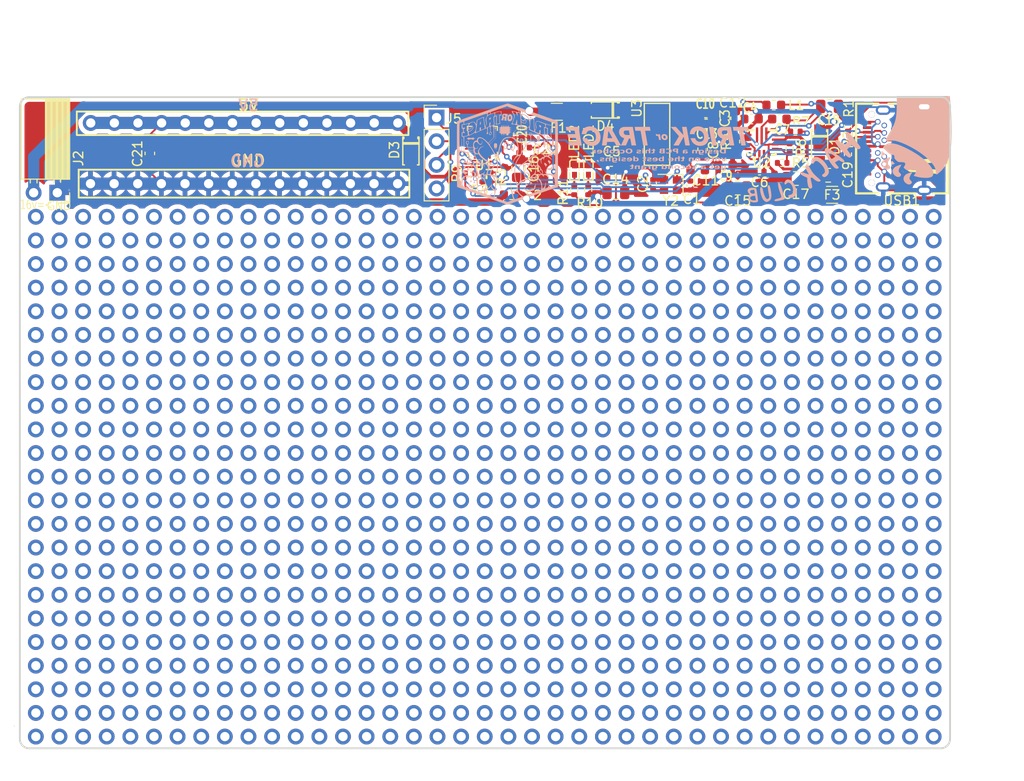
<source format=kicad_pcb>
(kicad_pcb (version 20240108) (generator "pcbnew") (generator_version "8.0")
  (layers (0 "F.Cu" signal) (31 "B.Cu" signal) (34 "B.Paste" user) (35 "F.Paste" user) (36 "B.SilkS" user "B.Silkscreen") (37 "F.SilkS" user "F.Silkscreen") (38 "B.Mask" user) (39 "F.Mask" user) (44 "Edge.Cuts" user))
  (net 0 "")
  (net 1 "GND")
  (net 2 "PA1")
  (net 3 "PA2")
  (net 4 "+5V")
  (net 5 "Net-(USB1-CC2)")
  (net 6 "Net-(USB1-CC1)")
  (net 7 "D-")
  (net 8 "DPU")
  (net 9 "PC0")
  (net 10 "PD0")
  (net 11 "PC4")
  (net 12 "PC1")
  (net 13 "PC6")
  (net 14 "PC5")
  (net 15 "PD7")
  (net 16 "D+")
  (net 17 "PC2")
  (net 18 "PC7")
  (net 19 "PC3")
  (net 30 "+3V3")
  (net 31 "PD1")
  (net 32 "Net-(D1-A)")
  (net 33 "Net-(LED1-A)")
  (net 34 "Net-(LED2-A)")
  (net 35 "USB-C 5V")
  (net 36 "Net-(D3-K)")
  (net 37 "Net-(D3-A)")
  (net 38 "VBUS")
  (net 39 "Net-(J2-Pin_2)")
  (net 40 "Net-(D4-A)")
  (net 41 "Net-(U1-PD3{slash}A4{slash}T2CH2{slash}AETR)")
  (net 42 "Net-(U1-PD4{slash}A7{slash}UCK{slash}T2CH1ETR)")
  (net 45 "PD2")
  (net 46 "Net-(U2-PG)")
  (net 47 "Net-(U2-FB)")
  (net 48 "Net-(U2-EN)")
  (net 49 "Net-(U2-L1)")
  (net 50 "Net-(U2-L2)")
  (net 51 "Net-(U2-Vaux)")
  (footprint "easyeda2kicad:SOD-123_L2.8-W1.8-LS3.7-RD" (layer "F.Cu") (at 183.975 67.1 -90)
    (property "Reference" "D1")
    (property "Value" "DSK34")
  )
  (footprint "Capacitor_SMD:C_0603_1608Metric" (layer "F.Cu") (at 176.65 64.35 180)
    (property "Reference" "C4")
    (property "Value" "10uF 25V")
  )
  (footprint "Capacitor_SMD:C_0402_1005Metric" (layer "F.Cu") (at 150.75 65.95 90)
    (property "Reference" "C20")
    (property "Value" "100nF")
  )
  (footprint "Capacitor_SMD:C_0805_2012Metric" (layer "F.Cu") (at 181.425 70.75 180)
    (property "Reference" "C17")
    (property "Value" "22uF")
  )
  (footprint "Resistor_SMD:R_0402_1005Metric" (layer "F.Cu") (at 147.725 70.6 90)
    (property "Reference" "R8")
    (property "Value" "33")
  )
  (footprint "Capacitor_SMD:C_0805_2012Metric" (layer "F.Cu") (at 175.175 71.775 180)
    (property "Reference" "C15")
    (property "Value" "22uF")
  )
  (footprint "Capacitor_SMD:C_0805_2012Metric" (layer "F.Cu") (at 185.05 63)
    (property "Reference" "C18")
    (property "Value" "22uF")
  )
  (footprint "Connector_PinSocket_2.54mm:PinSocket_1x02_P2.54mm_Horizontal" (layer "F.Cu") (at 102.025 72.275 -90)
    (property "Reference" "J2")
    (property "Value" "Conn_01x02")
  )
  (footprint "Connector_PinHeader_2.54mm:PinHeader_1x04_P2.54mm_Vertical" (layer "F.Cu") (at 142.8 64.2)
    (property "Reference" "J5")
    (property "Value" "Conn_01x04_Socket")
  )
  (footprint "Fuse:Fuse_1206_3216Metric" (layer "F.Cu") (at 155.725 63.575)
    (property "Reference" "F1")
    (property "Value" "Polyfuse 3.5A Trip")
  )
  (footprint "Resistor_SMD:R_0402_1005Metric" (layer "F.Cu") (at 187.025 68.14 -90)
    (property "Reference" "R2")
    (property "Value" "5.1k")
  )
  (footprint "Capacitor_SMD:C_0603_1608Metric" (layer "F.Cu") (at 173.8 64.275 -90)
    (property "Reference" "C3")
    (property "Value" "10uF 25V")
  )
  (footprint "Resistor_SMD:R_0402_1005Metric" (layer "F.Cu") (at 180.75 67.52 -90)
    (property "Reference" "R6")
    (property "Value" "130k")
  )
  (footprint "easyeda2kicad:SOD-123_L2.8-W1.8-LS3.7-RD" (layer "F.Cu") (at 140.04 67.87 -90)
    (property "Reference" "D3")
    (property "Value" "DSK34")
  )
  (footprint "Capacitor_SMD:C_0603_1608Metric" (layer "F.Cu") (at 179.65 64.35)
    (property "Reference" "C7")
    (property "Value" "10uF 25V")
  )
  (footprint "easyeda2kicad:SOD-123_L2.8-W1.8-LS3.7-RD" (layer "F.Cu") (at 160.85 63.375 180)
    (property "Reference" "D4")
    (property "Value" "DSK34")
  )
  (footprint "Fuse:Fuse_1206_3216Metric" (layer "F.Cu") (at 185.325 72.5 180)
    (property "Reference" "F3")
    (property "Value" "Polyfuse 3.5A Trip")
  )
  (footprint "Package_DFN_QFN:QFN-20-1EP_3x3mm_P0.4mm_EP1.65x1.65mm" (layer "F.Cu") (at 147.725 66.75 180)
    (property "Reference" "U1")
    (property "Value" "CH32V003F4U6")
  )
  (footprint "Capacitor_SMD:C_0603_1608Metric" (layer "F.Cu") (at 173.85 69.3)
    (property "Reference" "C9")
    (property "Value" "22uF 16v")
  )
  (footprint "Inductor_SMD:L_0603_1608Metric" (layer "F.Cu") (at 179.05 62.85)
    (property "Reference" "L1")
    (property "Value" "CXP0530-1R5M-AG(1.5UH)")
  )
  (footprint "Capacitor_SMD:C_0603_1608Metric" (layer "F.Cu") (at 111.975 68.05 90)
    (property "Reference" "C21")
    (property "Value" "22uF")
  )
  (footprint "Library:customPerfBoardpins" (layer "F.Cu") (at 103.055 71.3 90)
    (property "Reference" "J4" (hide yes))
    (property "Value" "GND Pins")
  )
  (footprint "Resistor_SMD:R_0402_1005Metric" (layer "F.Cu") (at 146.4 70.2 180)
    (property "Reference" "R9")
    (property "Value" "33")
  )
  (footprint "Capacitor_SMD:C_0603_1608Metric" (layer "F.Cu") (at 161.575 68.925 180)
    (property "Reference" "C5")
    (property "Value" "22uF")
  )
  (footprint "Capacitor_SMD:C_0402_1005Metric" (layer "F.Cu") (at 177.52 70 180)
    (property "Reference" "C6")
    (property "Value" "100nF")
  )
  (footprint "Resistor_SMD:R_0402_1005Metric" (layer "F.Cu") (at 159.1 71.975 -90)
    (property "Reference" "R10")
    (property "Value" "300")
  )
  (footprint "Resistor_SMD:R_0402_1005Metric" (layer "F.Cu") (at 157.6 71.98 -90)
    (property "Reference" "R11")
    (property "Value" "130")
  )
  (footprint "Resistor_SMD:R_0402_1005Metric" (layer "F.Cu") (at 175 66.77 90)
    (property "Reference" "R4")
    (property "Value" "10k")
  )
  (footprint "Capacitor_SMD:C_0603_1608Metric" (layer "F.Cu") (at 170.875 69.825 180)
    (property "Reference" "C11")
    (property "Value" "22uF 16v")
  )
  (footprint "Capacitor_SMD:C_0805_2012Metric" (layer "F.Cu") (at 162.075 72.25)
    (property "Reference" "C14")
    (property "Value" "22uF")
  )
  (footprint "Capacitor_SMD:C_0603_1608Metric" (layer "F.Cu") (at 174.95 64.275 -90)
    (property "Reference" "C12")
    (property "Value" "10uF 25V")
  )
  (footprint "Capacitor_SMD:C_0402_1005Metric" (layer "F.Cu") (at 152.3 67.42)
    (property "Reference" "C22")
    (property "Value" "100nF")
  )
  (footprint "Capacitor_SMD:C_0603_1608Metric" (layer "F.Cu") (at 171.75 63.7)
    (property "Reference" "C10")
    (property "Value" "22uF 16v")
  )
  (footprint "Resistor_SMD:R_0402_1005Metric" (layer "F.Cu") (at 181.375 65.7)
    (property "Reference" "R7")
    (property "Value" "100k")
  )
  (footprint "Resistor_SMD:R_0402_1005Metric" (layer "F.Cu") (at 148.6 70.6 -90)
    (property "Reference" "R3")
    (property "Value" "R1.5k")
  )
  (footprint "Crystal:Crystal_SMD_2016-4Pin_2.0x1.6mm" (layer "F.Cu") (at 167.95 71.45 180)
    (property "Reference" "Y2")
    (property "Value" "Crystal 24MHz")
  )
  (footprint "Capacitor_SMD:C_0402_1005Metric" (layer "F.Cu") (at 170.075 71.5 90)
    (property "Reference" "C1")
    (property "Value" "20pF")
  )
  (footprint "easyeda2kicad:SOT-223-4_L6.5-W3.5-P2.30-LS7.0-TR" (layer "F.Cu") (at 166.5 66 90)
    (property "Reference" "U3")
    (property "Value" "TLV76133DCYR")
  )
  (footprint "Capacitor_SMD:C_0805_2012Metric" (layer "F.Cu") (at 151.625 69.675 90)
    (property "Reference" "C16")
    (property "Value" "22uF")
  )
  (footprint "easyeda2kicad:TYPE-C-TH_MC-313D" (layer "F.Cu") (at 192.15 67.525 90)
    (property "Reference" "USB1")
    (property "Value" "MC-313D")
  )
  (footprint "Library:LargePerfBoard" (layer "F.Cu") (at 198.04 132.99 180)
    (property "Reference" "J1" (hide yes))
    (property "Value" "Conn_01x01_Pin" (hide yes))
  )
  (footprint "easyeda2kicad:LED0402-RD_RED" (layer "F.Cu") (at 157.625 69.84 -90)
    (property "Reference" "LED2")
    (property "Value" "TZ-P2-0402RTIA1-0.45T")
  )
  (footprint "Capacitor_SMD:C_0402_1005Metric" (layer "F.Cu") (at 166.075 71.35 -90)
    (property "Reference" "C2")
    (property "Value" "20pF")
  )
  (footprint "Library:customPerfBoardpins" (layer "F.Cu") (at 103.08 64.775 90)
    (property "Reference" "J3" (hide yes))
    (property "Value" "5V Power Pins")
  )
  (footprint "Resistor_SMD:R_0402_1005Metric" (layer "F.Cu") (at 179.95 69.07)
    (property "Reference" "R5")
    (property "Value" "680k")
  )
  (footprint "Capacitor_SMD:C_0603_1608Metric" (layer "F.Cu") (at 171.4 67.6 -90)
    (property "Reference" "C8")
    (property "Value" "22uF 16v")
  )
  (footprint "easyeda2kicad:VQFN-HR-15_L3.0-W2.5-P0.50-BL_TPS63070RNMR" (layer "F.Cu") (at 177.75 67)
    (property "Reference" "U2")
    (property "Value" "TPS63070RNMR")
  )
  (footprint "Fuse:Fuse_0603_1608Metric" (layer "F.Cu") (at 150.825 72.5)
    (property "Reference" "F2")
    (property "Value" "Polyfuse_Small")
  )
  (footprint "Resistor_SMD:R_0402_1005Metric" (layer "F.Cu") (at 187.025 65.15 -90)
    (property "Reference" "R1")
    (property "Value" "5.1k")
  )
  (footprint "Capacitor_SMD:C_0805_2012Metric" (layer "F.Cu") (at 184.9 70.4)
    (property "Reference" "C19")
    (property "Value" "22uF")
  )
  (footprint "Capacitor_SMD:C_0603_1608Metric" (layer "F.Cu") (at 171.775 64.875)
    (property "Reference" "C13")
    (property "Value" "22uF")
  )
  (footprint "easyeda2kicad:LED0402-RD_RED" (layer "F.Cu") (at 159.125 69.83 -90)
    (property "Reference" "LED1")
    (property "Value" "TZ-P2-0402RTIA1-0.45T")
  )
  (footprint "LOGO" (layer "B.Cu") (at 166.5 66 180)
    (property "Reference" "G***" (hide yes))
    (property "Value" "LOGO" (hide yes))
  )
  (footprint "LOGO" (layer "B.Cu") (at 186.080193 68.896649 180)
    (property "Reference" "G***" (hide yes))
    (property "Value" "LOGO" (hide yes))
  )
  (footprint "LOGO" (layer "B.Cu") (at 148.048663 68.102095 180)
    (property "Reference" "G***" (hide yes))
    (property "Value" "LOGO" (hide yes))
  )
  (gr_rect (start 104.125 63.55) (end 139.775 66.075) (stroke (width 0.2)) (fill none) (layer "F.SilkS"))
  (gr_rect (start 104.325 69.8) (end 139.875 72.8) (stroke (width 0.2)) (fill none) (layer "F.SilkS"))
  (gr_arc (start 99 132) (mid 98.292893 131.707107) (end 98 131) (stroke (width 0.2)) (layer "Edge.Cuts"))
  (gr_line (start 99 62) (end 197 62) (stroke (width 0.2)) (layer "Edge.Cuts"))
  (gr_line (start 197 132) (end 99 132) (stroke (width 0.2)) (layer "Edge.Cuts"))
  (gr_line (start 198 63) (end 198 131) (stroke (width 0.2)) (layer "Edge.Cuts"))
  (gr_line (start 98 131) (end 98 63) (stroke (width 0.2)) (layer "Edge.Cuts"))
  (gr_arc (start 197 62) (mid 197.707107 62.292893) (end 198 63) (stroke (width 0.2)) (layer "Edge.Cuts"))
  (gr_arc (start 97.4 129.6) (mid 97.4 129.6) (end 97.4 129.6) (stroke (width 0.05)) (layer "Edge.Cuts"))
  (gr_arc (start 198 131) (mid 197.707107 131.707107) (end 197 132) (stroke (width 0.2)) (layer "Edge.Cuts"))
  (gr_arc (start 98 63) (mid 98.292893 62.292893) (end 99 62) (stroke (width 0.2)) (layer "Edge.Cuts"))
  (gr_text "Design a PCB this October,\nvote on the best designs,\nget a second grant" (at 173.99058 69.81 0) (layer "B.SilkS") (effects (font (size 0.5 0.7) (thickness 0.125) (bold yes)) (justify left bottom mirror)))
  (gr_text "5V	" (at 123.8 63.6 -0) (layer "B.SilkS") (effects (font (size 1.2 1.2) (thickness 0.2) (bold yes)) (justify left bottom mirror)))
  (gr_text "GND" (at 124.4 69.6 -0) (layer "B.SilkS") (effects (font (size 1.2 1.2) (thickness 0.2) (bold yes)) (justify left bottom mirror)))
  (gr_text "16v=<" (at 98.025 74.2 0) (layer "F.SilkS") (effects (font (size 1 0.7)) (justify left bottom)))
  (gr_text "5V	" (at 121.35 63.55 0) (layer "F.SilkS") (effects (font (size 1.2 1.2) (thickness 0.2) (bold yes)) (justify left bottom)))
  (gr_text "GND" (at 100.925 74.325 0) (layer "F.SilkS") (effects (font (size 1 0.8)) (justify left bottom)))
  (gr_text "GND" (at 120.575 69.525 0) (layer "F.SilkS") (effects (font (size 1.2 1.2) (thickness 0.2) (bold yes)) (justify left bottom)))
  (segment (start 145.625 69.575) (end 145.2 69.575) (width 0.15) (layer "F.Cu") (net 1))
  (segment (start 144.65 70.55) (end 144.65 69.81) (width 0.3) (layer "F.Cu") (net 1))
  (segment (start 149.225 66.35) (end 150.67 66.35) (width 0.2) (layer "F.Cu") (net 1))
  (segment (start 159.125 69.32) (end 160.405 69.32) (width 0.6) (layer "F.Cu") (net 1))
  (segment (start 144.885 69.575) (end 145.625 69.575) (width 0.3) (layer "F.Cu") (net 1))
  (segment (start 150.8 69.55) (end 151.625 68.725) (width 0.3) (layer "F.Cu") (net 1))
  (segment (start 151.82 68.53) (end 151.625 68.725) (width 0.2) (layer "F.Cu") (net 1))
  (segment (start 158.207 69.32) (end 159.125 69.32) (width 0.6) (layer "F.Cu") (net 1))
  (segment (start 170.075 71.93) (end 169.98 72.025) (width 0.2) (layer "F.Cu") (net 1))
  (segment (start 170.506134 71.525) (end 170.101134 71.93) (width 0.2) (layer "F.Cu") (net 1))
  (segment (start 191.18 72.015) (end 190.82 71.655) (width 0.2) (layer "F.Cu") (net 1))
  (segment (start 175.294624 67.9243) (end 174.425 67.9243) (width 0.2) (layer "F.Cu") (net 1))
  (segment (start 148.125 66.35) (end 149.225 66.35) (width 0.2) (layer "F.Cu") (net 1))
  (segment (start 187.025 64.64) (end 186.615 64.64) (width 0.2) (layer "F.Cu") (net 1))
  (segment (start 151.625 68.725) (end 151.6825 68.7825) (width 0.2) (layer "F.Cu") (net 1))
  (segment (start 161.193994 69.594994) (end 161.193988 69.594994) (width 0.2) (layer "F.Cu") (net 1))
  (segment (start 151.820001 67.419999) (end 150.830002 66.43) (width 0.4) (layer "F.Cu") (net 1))
  (segment (start 170.075 71.93) (end 170.2 71.805) (width 0.2) (layer "F.Cu") (net 1))
  (segment (start 187 68.675) (end 186.522 68.675) (width 0.2) (layer "F.Cu") (net 1))
  (segment (start 177.75 66.93) (end 177.75 66.18) (width 0.2) (layer "F.Cu") (net 1))
  (segment (start 190.82 71.655) (end 190.93 71.545) (width 0.2) (layer "F.Cu") (net 1))
  (segment (start 167.793 68.3) (end 169.33 68.3) (width 0.2) (layer "F.Cu") (net 1))
  (segment (start 175.925 64.3) (end 175.175 65.05) (width 0.5) (layer "F.Cu") (net 1))
  (segment (start 160.800002 69.201002) (end 160.800002 68.924998) (width 0.6) (layer "F.Cu") (net 1))
  (segment (start 188.33 70.225) (end 188.38 70.275) (width 0.2) (layer "F.Cu") (net 1))
  (segment (start 166.4 70.545) (end 166.4 69.693) (width 0.2) (layer "F.Cu") (net 1))
  (segment (start 178.5 67.1183) (end 178.5 68.02) (width 0.2) (layer "F.Cu") (net 1))
  (segment (start 180.475 71.025) (end 178.065 71.025) (width 0.2) (layer "F.Cu") (net 1))
  (segment (start 178.875 64.35) (end 178.648696 64.35) (width 0.2) (layer "F.Cu") (net 1))
  (segment (start 166.075 70.87) (end 166.4 70.545) (width 0.2) (layer "F.Cu") (net 1))
  (segment (start 174.225 71.775) (end 174.225 70.875) (width 0.2) (layer "F.Cu") (net 1))
  (segment (start 179.2 67.07) (end 178.548 67.07) (width 0.2) (layer "F.Cu") (net 1))
  (segment (start 142.17 70.55) (end 141.32 69.7) (width 0.4) (layer "F.Cu") (net 1))
  (segment (start 111.945 68.855) (end 111.975 68.825) (width 0.2) (layer "F.Cu") (net 1))
  (segment (start 150.75 66.43) (end 150.749998 66.43) (width 0.2) (layer "F.Cu") (net 1))
  (segment (start 174.425 67.9243) (end 173.313 66.8123) (width 0.5) (layer "F.Cu") (net 1))
  (segment (start 160.800001 68.924999) (end 160.800002 68.924998) (width 0.2) (layer "F.Cu") (net 1))
  (segment (start 174.95 65.05) (end 173.8 65.05) (width 0.2) (layer "F.Cu") (net 1))
  (segment (start 180.69 67.07) (end 180.75 67.01) (width 0.2) (layer "F.Cu") (net 1))
  (segment (start 151.82 67.42) (end 151.820001 67.419999) (width 0.2) (layer "F.Cu") (net 1))
  (segment (start 173.313 66.8123) (end 173.160998 66.8123) (width 0.5) (layer "F.Cu") (net 1))
  (segment (start 173.161 66.8123) (end 173.160998 66.8123) (width 0.2) (layer "F.Cu") (net 1))
  (segment (start 185.875 65.5) (end 186.3625 65.0125) (width 0.2) (layer "F.Cu") (net 1))
  (segment (start 151.6825 68.7825) (end 157.0775 68.7825) (width 0.6) (layer "F.Cu") (net 1))
  (segment (start 178.6 64.35) (end 177.75 65.2) (width 0.2) (layer "F.Cu") (net 1))
  (segment (start 172.55 64.875) (end 173.625 64.875) (width 0.2) (layer "F.Cu") (net 1))
  (segment (start 173.9375 71.525) (end 170.506134 71.525) (width 0.2) (layer "F.Cu") (net 1))
  (segment (start 186.522 68.675) (end 186.357 68.51) (width 0.2) (layer "F.Cu") (net 1))
  (segment (start 175.175 65.05) (end 174.95 65.05) (width 0.2) (layer "F.Cu") (net 1))
  (segment (start 158.197 69.33) (end 158.207 69.32) (width 0.2) (layer "F.Cu") (net 1))
  (segment (start 188.38 70.275) (end 189.08 70.275) (width 0.2) (layer "F.Cu") (net 1))
  (segment (start 111.975 68.825) (end 111.975 70.06) (width 0.2) (layer "F.Cu") (net 1))
  (segment (start 186.615 64.64) (end 186 64.025) (width 0.2) (layer "F.Cu") (net 1))
  (segment (start 166.075 70.17257) (end 165.56743 69.665) (width 0.2) (layer "F.Cu") (net 1))
  (segment (start 111.975 70.06) (end 113.215 71.3) (width 0.2) (layer "F.Cu") (net 1))
  (segment (start 190.829045 69.995) (end 190.93 69.995) (width 0.2) (layer "F.Cu") (net 1))
  (segment (start 174.225 70.875) (end 175.1 70) (width 0.2) (layer "F.Cu") (net 1))
  (segment (start 150.67 66.35) (end 150.75 66.43) (width 0.2) (layer "F.Cu") (net 1))
  (segment (start 161.194 69.595) (end 160.800002 69.201002) (width 0.6) (layer "F.Cu") (net 1))
  (segment (start 150.830002 66.43) (end 150.749998 66.43) (width 0.4) (layer "F.Cu") (net 1))
  (segment (start 170.1 69.07) (end 169.33 68.3) (width 0.2) (layer "F.Cu") (net 1))
  (segment (start 173.625 64.875) (end 173.8 65.05) (width 0.2) (layer "F.Cu") (net 1))
  (segment (start 178.5 68.02) (end 178.5 69.4) (width 0.25) (layer "F.Cu") (net 1))
  (segment (start 186 64.025) (end 186 63) (width 0.2) (layer "F.Cu") (net 1))
  (segment (start 188.36 68.795) (end 188.33 68.825) (width 0.2) (layer "F.Cu") (net 1))
  (segment (start 178.5 69.4) (end 179.9386 70.8386) (width 0.3) (layer "F.Cu") (net 1))
  (segment (start 175.1 70) (end 177.04 70) (width 0.2) (layer "F.Cu") (net 1))
  (segment (start 190.23 68.795) (end 188.36 68.795) (width 0.2) (layer "F.Cu") (net 1))
  (segment (start 163.025 72.25) (end 163.025 70.15) (width 0.2) (layer "F.Cu") (net 1))
  (segment (start 106.865 71.3) (end 106.865 71.299998) (width 0.2) (layer "F.Cu") (net 1))
  (segment (start 166.075 70.87) (end 166.075 70.17257) (width 0.2) (layer "F.Cu") (net 1))
  (segment (start 157.0775 68.7825) (end 157.625 69.33) (width 0.6) (layer "F.Cu") (net 1))
  (segment (start 186.735 64.64) (end 187.025 64.64) (width 0.2) (layer "F.Cu") (net 1))
  (segment (start 172.5 63.8) (end 172.6 63.7) (width 0.2) (layer "F.Cu") (net 1))
  (segment (start 144.65 69.81) (end 144.885 69.575) (width 0.3) (layer "F.Cu") (net 1))
  (segment (start 180.475 70.8386) (end 180.475 71.025) (width 0.2) (layer "F.Cu") (net 1))
  (segment (start 174.625 69.3) (end 174.575 69.3) (width 0.2) (layer "F.Cu") (net 1))
  (segment (start 190.93 71.545) (end 190.93 69.995) (width 0.2) (layer "F.Cu") (net 1))
  (segment (start 174.425 67.9243) (end 174.625 68.1243) (width 0.5) (layer "F.Cu") (net 1))
  (segment (start 169.98 72.025) (end 168.675 72.025) (width 0.2) (layer "F.Cu") (net 1))
  (segment (start 185.875 68.028) (end 185.875 65.5) (width 0.2) (layer "F.Cu") (net 1))
  (segment (start 179.2 67.07) (end 180.69 67.07) (width 0.2) (layer "F.Cu") (net 1))
  (segment (start 170.101134 71.93) (end 170.075 71.93) (width 0.2) (layer "F.Cu") (net 1))
  (segment (start 190.23 69.395955) (end 190.829045 69.995) (width 0.2) (layer "F.Cu") (net 1))
  (segment (start 169.405 68.375) (end 169.33 68.3) (width 0.2) (layer "F.Cu") (net 1))
  (segment (start 180.75 67.01) (end 181.6 67.01) (width 0.2) (layer "F.Cu") (net 1))
  (segment (start 170.1 69.825) (end 170.1 69.07) (width 0.2) (layer "F.Cu") (net 1))
  (segment (start 172.5 64.875) (end 172.5 63.8) (width 0.2) (layer "F.Cu") (net 1))
  (segment (start 189.08 68.775) (end 190.21 68.775) (width 0.2) (layer "F.Cu") (net 1))
  (segment (start 140.8 67.89) (end 141.32 68.41) (width 0.5) (layer "F.Cu") (net 1))
  (segment (start 175.648924 67.57) (end 175.294624 67.9243) (width 0.2) (layer "F.Cu") (net 1))
  (segment (start 168.675 72.025) (end 168.65 72) (width 0.2) (layer "F.Cu") (net 1))
  (segment (start 179.9386 70.8386) (end 180.475 70.8386) (width 0.4) (layer "F.Cu") (net 1))
  (segment (start 138.545 71.3) (end 105.525 71.3) (width 1.3) (layer "F.Cu") (net 1))
  (segment (start 163.510006 69.665) (end 163.150006 70.025) (width 0.2) (layer "F.Cu") (net 1))
  (segment (start 167.25 70.9) (end 166.105 70.9) (width 0.2) (layer "F.Cu") (net 1))
  (segment (start 144.65 70.55) (end 142.17 70.55) (width 0.4) (layer "F.Cu") (net 1))
  (segment (start 151.625 68.725) (end 151.79 68.56) (width 0.4) (layer "F.Cu") (net 1))
  (segment (start 195.22 72.015) (end 191.18 72.015) (width 0.2) (layer "F.Cu") (net 1))
  (segment (start 171.4 68.375) (end 169.405 68.375) (width 0.2) (layer "F.Cu") (net 1))
  (segment (start 149.83 69.55) (end 150.8 69.55) (width 0.3) (layer "F.Cu") (net 1))
  (segment (start 165.56743 69.665) (end 163.510006 69.665) (width 0.2) (layer "F.Cu") (net 1))
  (segment (start 177.9383 67.1183) (end 177.75 66.93) (width 0.2) (layer "F.Cu") (net 1))
  (segment (start 160.8 68.925) (end 160.800002 68.924998) (width 0.2) (layer "F.Cu") (net 1))
  (segment (start 189.08 68.775) (end 187.15 68.775) (width 0.2) (layer "F.Cu") (net 1))
  (segment (start 178.548 67.07) (end 178.5 67.1183) (width 0.2) (layer "F.Cu") (net 1))
  (segment (start 185.95 68.9167) (end 185.95 69.9639) (width 0.2) (layer "F.Cu") (net 1))
  (segment (start 149.97 69.55) (end 149.945 69.525) (width 0.2) (layer "F.Cu") (net 1))
  (segment (start 187.15 68.775) (end 187.025 68.65) (width 0.2) (layer "F.Cu") (net 1))
  (segment (start 174.625 68.1243) (end 174.625 69.3) (width 0.5) (layer "F.Cu") (net 1))
  (segment (start 175.975 64.3) (end 175.925 64.3) (width 0.2) (layer "F.Cu") (net 1))
  (segment (start 151.79 68.56) (end 151.79 67.45) (width 0.4) (layer "F.Cu") (net 1))
  (segment (start 176.3 67.57) (end 175.648924 67.57) (width 0.2) (layer "F.Cu") (net 1))
  (segment (start 181.6 67.01) (end 181.635 67.01) (width 0.2) (layer "F.Cu") (net 1))
  (segment (start 141.32 68.41) (end 141.32 69.7) (width 0.5) (layer "F.Cu") (net 1))
  (segment (start 147.725 66.75) (end 148.125 66.35) (width 0.2) (layer "F.Cu") (net 1))
  (segment (start 177.75 65.2) (end 177.75 66.105) (width 0.2) (layer "F.Cu") (net 1))
  (segment (start 161.194 69.595) (end 161.193994 69.594994) (width 0.2) (layer "F.Cu") (net 1))
  (segment (start 186.3625 65.0125) (end 186.735 64.64) (width 0.2) (layer "F.Cu") (net 1))
  (segment (start 163.15 70.025) (end 163.150006 70.025) (width 0.2) (layer "F.Cu") (net 1))
  (segment (start 166.105 70.9) (end 166.075 70.87) (width 0.2) (layer "F.Cu") (net 1))
  (segment (start 186.357 68.51) (end 185.95 68.9167) (width 0.2) (layer "F.Cu") (net 1))
  (segment (start 166.4 69.693) (end 167.793 68.3) (width 0.2) (layer "F.Cu") (net 1))
  (segment (start 157.625 69.33) (end 158.197 69.33) (width 0.6) (layer "F.Cu") (net 1))
  (segment (start 178.5 67.1183) (end 177.9383 67.1183) (width 0.2) (layer "F.Cu") (net 1))
  (segment (start 151.79 67.45) (end 151.820001 67.419999) (width 0.4) (layer "F.Cu") (net 1))
  (segment (start 160.405 69.32) (end 160.800001 68.924999) (width 0.6) (layer "F.Cu") (net 1))
  (segment (start 178.875 64.35) (end 178.6 64.35) (width 0.2) (layer "F.Cu") (net 1))
  (segment (start 163.025 70.15) (end 163.15 70.025) (width 0.2) (layer "F.Cu") (net 1))
  (segment (start 186.357 68.51) (end 185.875 68.028) (width 0.2) (layer "F.Cu") (net 1))
  (segment (start 190.23 68.795) (end 190.23 69.395955) (width 0.2) (layer "F.Cu") (net 1))
  (segment (start 188.33 68.825) (end 188.33 70.225) (width 0.2) (layer "F.Cu") (net 1))
  (segment (start 149.945 69.525) (end 145.25 69.525) (width 0.2) (layer "F.Cu") (net 1))
  (segment (start 181.635 67.01) (end 181.7 67.075) (width 0.2) (layer "F.Cu") (net 1))
  (segment (start 178.065 71.025) (end 177.04 70) (width 0.2) (layer "F.Cu") (net 1))
  (segment (start 190.21 68.775) (end 190.23 68.795) (width 0.2) (layer "F.Cu") (net 1))
  (segment (start 145.25 69.525) (end 145.2 69.575) (width 0.2) (layer "F.Cu") (net 1))
  (via (at 161.193988 69.594994) (size 0.7) (drill 0.4) (layers "F.Cu" "B.Cu") (net 1))
  (via (at 181.6 67.01) (size 0.6) (drill 0.3) (layers "F.Cu" "B.Cu") (net 1))
  (via (at 173.161 66.8123) (size 0.6) (drill 0.3) (layers "F.Cu" "B.Cu") (net 1))
  (via (at 163.150006 70.025) (size 0.7) (drill 0.4) (layers "F.Cu" "B.Cu") (net 1))
  (via (at 186.3625 65.0125) (size 0.6) (drill 0.3) (layers "F.Cu" "B.Cu") (net 1))
  (segment (start 161.628994 70.03) (end 161.193988 69.594994) (width 0.5) (layer "B.Cu") (net 1))
  (segment (start 115.755 71.3) (end 113.215 71.3) (width 1) (layer "B.Cu") (net 1))
  (segment (start 113.215 71.3) (end 110.675 71.3) (width 1) (layer "B.Cu") (net 1))
  (segment (start 162.905 70.03) (end 163.145006 70.03) (width 0.2) (layer "B.Cu") (net 1))
  (segment (start 123.375 71.3) (end 120.835 71.3) (width 1) (layer "B.Cu") (net 1))
  (segment (start 190.82 63.395) (end 190.5 63.075) (width 0.2) (layer "B.Cu") (net 1))
  (segment (start 184.365 67.01) (end 186.35 65.025) (width 0.2) (layer "B.Cu") (net 1))
  (segment (start 138.615 71.3) (end 136.075 71.3) (width 1) (layer "B.Cu") (net 1))
  (segment (start 133.535 71.3) (end 130.995 71.3) (width 1) (layer "B.Cu") (net 1))
  (segment (start 163.025 70.095) (end 163.025 70.150002) (width 0.5) (layer "B.Cu") (net 1))
  (segment (start 194.86 63.395) (end 195.22 63.035) (width 0.2) (layer "B.Cu") (net 1))
  (segment (start 190.5 63.075) (end 188.3 63.075) (width 0.2) (layer "B.Cu") (net 1))
  (segment (start 162.905 70.03) (end 161.628994 70.03) (width 0.5) (layer "B.Cu") (net 1))
  (segment (start 166.3077 66.8123) (end 163.025 70.095) (width 0.5) (layer "B.Cu") (net 1))
  (segment (start 128.455 71.3) (end 125.915 71.3) (width 1) (layer "B.Cu") (net 1))
  (segment (start 120.835 71.3) (end 118.295 71.3) (width 1) (layer "B.Cu") (net 1))
  (segment (start 108.135 71.3) (end 105.594998 71.3) (width 1) (layer "B.Cu") (net 1))
  (segment (start 125.915 71.3) (end 123.375 71.3) (width 1) (layer "B.Cu") (net 1))
  (segment (start 181.6 67.01) (end 184.365 67.01) (width 0.2) (layer "B.Cu") (net 1))
  (segment (start 188.3 63.075) (end 186.3625 65.0125) (width 0.2) (layer "B.Cu") (net 1))
  (segment (start 163.145006 70.03) (end 163.150006 70.025) (width 0.2) (layer "B.Cu") (net 1))
  (segment (start 130.995 71.3) (end 128.455 71.3) (width 1) (layer "B.Cu") (net 1))
  (segment (start 138.755 71.3) (end 138.615 71.3) (width 1) (layer "B.Cu") (net 1))
  (segment (start 138.615 71.3) (end 105.595 71.3) (width 1.3) (layer "B.Cu") (net 1))
  (segment (start 173.161 66.8123) (end 166.3077 66.8123) (width 0.5) (layer "B.Cu") (net 1))
  (segment (start 118.295 71.3) (end 115.755 71.3) (width 1) (layer "B.Cu") (net 1))
  (segment (start 103 71.3) (end 102.025 72.275) (width 1.3) (layer "B.Cu") (net 1))
  (segment (start 105.595 71.3) (end 103 71.3) (width 1.3) (layer "B.Cu") (net 1))
  (segment (start 190.82 63.395) (end 194.86 63.395) (width 0.2) (layer "B.Cu") (net 1))
  (segment (start 163.025 70.150002) (end 163.025 70.15) (width 0.2) (layer "B.Cu") (net 1))
  (segment (start 136.075 71.3) (end 133.535 71.3) (width 1) (layer "B.Cu") (net 1))
  (segment (start 110.675 71.3) (end 108.135 71.3) (width 1) (layer "B.Cu") (net 1))
  (segment (start 163.025 70.15) (end 162.905 70.03) (width 0.2) (layer "B.Cu") (net 1))
  (segment (start 168.65 70.9) (end 168.65 70) (width 0.2) (layer "F.Cu") (net 2))
  (segment (start 149.9 67.35364) (end 149.9 67.95) (width 0.2) (layer "F.Cu") (net 2))
  (segment (start 149.9 67.95) (end 150.35 68.4) (width 0.2) (layer "F.Cu") (net 2))
  (segment (start 170.075 71.02) (end 168.77 71.02) (width 0.2) (layer "F.Cu") (net 2))
  (segment (start 149.69636 67.15) (end 149.9 67.35364) (width 0.2) (layer "F.Cu") (net 2))
  (segment (start 149.225 67.15) (end 149.69636 67.15) (width 0.2) (layer "F.Cu") (net 2))
  (segment (start 168.65 70) (end 168.675 69.975) (width 0.2) (layer "F.Cu") (net 2))
  (segment (start 168.77 71.02) (end 168.65 70.9) (width 0.2) (layer "F.Cu") (net 2))
  (via (at 150.35 68.4) (size 0.6) (drill 0.3) (layers "F.Cu" "B.Cu") (net 2))
  (via (at 168.675 69.975) (size 0.6) (drill 0.3) (layers "F.Cu" "B.Cu") (net 2))
  (segment (start 167.38 71.27) (end 168.675 69.975) (width 0.2) (layer "B.Cu") (net 2))
  (segment (start 150.35 68.4) (end 152.856036 70.906036) (width 0.2) (layer "B.Cu") (net 2))
  (segment (start 152.856036 70.906036) (end 160.48531 70.906036) (width 0.2) (layer "B.Cu") (net 2))
  (segment (start 160.48531 70.906036) (end 160.849274 71.27) (width 0.2) (layer "B.Cu") (net 2))
  (segment (start 160.849274 71.27) (end 167.38 71.27) (width 0.2) (layer "B.Cu") (net 2))
  (segment (start 166.245 72) (end 166.075 71.83) (width 0.2) (layer "F.Cu") (net 3))
  (segment (start 165.265054 71.020054) (end 165.265054 70.395) (width 0.2) (layer "F.Cu") (net 3))
  (segment (start 149.225 66.75) (end 150.134 66.75) (width 0.2) (layer "F.Cu") (net 3))
  (segment (start 166.075 71.83) (end 165.265054 71.020054) (width 0.2) (layer "F.Cu") (net 3))
  (segment (start 167.25 72) (end 166.245 72) (width 0.2) (layer "F.Cu") (net 3))
  (segment (start 150.588052 67.204052) (end 150.588052 67.361848) (width 0.2) (layer "F.Cu") (net 3))
  (segment (start 150.134 66.75) (end 150.588052 67.204052) (width 0.2) (layer "F.Cu") (net 3))
  (via (at 165.265054 70.395) (size 0.6) (drill 0.3) (layers "F.Cu" "B.Cu") (net 3))
  (via (at 150.588052 67.361848) (size 0.6) (drill 0.3) (layers "F.Cu" "B.Cu") (net 3))
  (segment (start 164.720054 70.94) (end 160.981722 70.94) (width 0.2) (layer "B.Cu") (net 3))
  (segment (start 160.981722 70.94) (end 156.661722 66.62) (width 0.2) (layer "B.Cu") (net 3))
  (segment (start 165.265054 70.395) (end 164.720054 70.94) (width 0.2) (layer "B.Cu") (net 3))
  (segment (start 151.3299 66.62) (end 150.588052 67.361848) (width 0.2) (layer "B.Cu") (net 3))
  (segment (start 156.661722 66.62) (end 151.3299 66.62) (width 0.2) (layer "B.Cu") (net 3))
  (segment (start 180.095 69.725) (end 181.4 69.725) (width 0.3) (layer "F.Cu") (net 4))
  (segment (start 171.05 63.7) (end 169.33 63.7) (width 0.2) (layer "F.Cu") (net 4))
  (segment (start 181.895 66.32) (end 182.4 66.825) (width 0.35) (layer "F.Cu") (net 4))
  (segment (start 173.075 70.375) (end 173.175001 70.475001) (width 0.6) (layer "F.Cu") (net 4))
  (segment (start 172.144 66.825) (end 172.522 66.447) (width 0.2) (layer "F.Cu") (net 4))
  (segment (start 179.2 66.57) (end 179.23 66.6) (width 0.2) (layer "F.Cu") (net 4))
  (segment (start 172.522 66.447) (end 169.775 63.7) (width 0.2) (layer "F.Cu") (net 4))
  (segment (start 173.075 69.3) (end 172.869 69.3) (width 0.2) (layer "F.Cu") (net 4))
  (segment (start 179.2 66.07) (end 180.251076 66.07) (width 0.3) (layer "F.Cu") (net 4))
  (segment (start 151.625 70.625) (end 151.65 70.65) (width 0.2) (layer "F.Cu") (net 4))
  (segment (start 182.6 68.525) (end 182.4 68.725) (width 0.4) (layer "F.Cu") (net 4))
  (segment (start 151.65 70.65) (end 151.65 72.462) (width 0.2) (layer "F.Cu") (net 4))
  (segment (start 180.55 65.385) (end 180.865 65.7) (width 0.4) (layer "F.Cu") (net 4))
  (segment (start 159.335 72.25) (end 159.1 72.485) (width 0.5) (layer "F.Cu") (net 4))
  (segment (start 159.872 72.414962) (end 160.128519 72.671481) (width 0.5) (layer "F.Cu") (net 4))
  (segment (start 179.44 69.07) (end 180.095 69.725) (width 0.3) (layer "F.Cu") (net 4))
  (segment (start 151.6125 72.4995) (end 151.6125 72.5) (width 0.2) (layer "F.Cu") (net 4))
  (segment (start 180.221076 66.6) (end 180.501076 66.32) (width 0.3) (layer "F.Cu") (net 4))
  (segment (start 180.501076 66.32) (end 180.8 66.32) (width 0.3) (layer "F.Cu") (net 4))
  (segment (start 151.6125 72.4995) (end 151.612 72.5) (width 0.2) (layer "F.Cu") (net 4))
  (segment (start 180.55 64.5) (end 182.6 64.5) (width 0.2) (layer "F.Cu") (net 4))
  (segment (start 152.025 72.5) (end 151.612498 72.5) (width 0.7) (layer "F.Cu") (net 4))
  (segment (start 180.8 66.32) (end 181.895 66.32) (width 0.3) (layer "F.Cu") (net 4))
  (segment (start 180.8 66.32) (end 180.865 66.255) (width 0.3) (layer "F.Cu") (net 4))
  (segment (start 171.4 66.825) (end 172.144 66.825) (width 0.2) (layer "F.Cu") (net 4))
  (segment (start 180.251076 66.07) (end 180.501076 66.32) (width 0.3) (layer "F.Cu") (net 4))
  (segment (start 172.869 69.3) (end 172.522 68.953) (width 0.2) (layer "F.Cu") (net 4))
  (segment (start 170.95 64.875) (end 170.95 63.8) (width 0.2) (layer "F.Cu") (net 4))
  (segment (start 170.95 63.8) (end 171.05 63.7) (width 0.2) (layer "F.Cu") (net 4))
  (segment (start 173.075 69.3) (end 173.075 70.375) (width 0.6) (layer "F.Cu") (net 4))
  (segment (start 152.45 72.925) (end 152.025 72.5) (width 0.7) (layer "F.Cu") (net 4))
  (segment (start 179.23 66.6) (end 180.221076 66.6) (width 0.3) (layer "F.Cu") (net 4))
  (segment (start 159.872 72.25) (end 159.335 72.25) (width 0.5) (layer "F.Cu") (net 4))
  (segment (start 169.775 63.7) (end 169.33 63.7) (width 0.2) (layer "F.Cu") (net 4))
  (segment (start 182.4 66.825) (end 182.6 67.025) (width 0.4) (layer "F.Cu") (net 4))
  (segment (start 159.872 72.25) (end 159.872 72.414962) (width 0.5) (layer "F.Cu") (net 4))
  (segment (start 151.6125 72.5) (end 151.612498 72.5) (width 0.2) (layer "F.Cu") (net 4))
  (segment (start 180.865 66.255) (end 180.865 65.7) (width 0.3) (layer "F.Cu") (net 4))
  (segment (start 180.55 64.5) (end 180.55 65.385) (width 0.4) (layer "F.Cu") (net 4))
  (segment (start 172.522 68.953) (end 171.65 69.825) (width 0.2) (layer "F.Cu") (net 4))
  (segment (start 151.65 72.462) (end 151.6125 72.4995) (width 0.2) (layer "F.Cu") (net 4))
  (segment (start 182.6 67.025) (end 182.6 68.525) (width 0.4) (layer "F.Cu") (net 4))
  (segment (start 181.4 69.725) (end 182.4 68.725) (width 0.4) (layer "F.Cu") (net 4))
  (segment (start 182.6 64.5) (end 184.1 63) (width 0.2) (layer "F.Cu") (net 4))
  (segment (start 173.175 70.475) (end 173.175001 70.475001) (width 0.2) (layer "F.Cu") (net 4))
  (segment (start 172.522 66.447) (end 172.522 68.953) (width 0.2) (layer "F.Cu") (net 4))
  (segment (start 161.125 72.25) (end 159.872 72.25) (width 0.5) (layer "F.Cu") (net 4))
  (via (at 152.45 72.925) (size 0.8) (drill 0.7) (layers "F.Cu" "B.Cu") (net 4))
  (via (at 160.128519 72.671481) (size 0.7) (drill 0.6) (layers "F.Cu" "B.Cu") (net 4))
  (via (at 182.4 68.725) (size 0.6) (drill 0.3) (layers "F.Cu" "B.Cu") (net 4))
  (via (at 173.175 70.475) (size 0.7) (drill 0.6) (layers "F.Cu" "B.Cu") (net 4))
  (segment (start 173.175 70.475) (end 170.2 73.45) (width 0.6) (layer "B.Cu") (net 4))
  (segment (start 173.25 70.4) (end 180.725 70.4) (width 0.5) (layer "B.Cu") (net 4))
  (segment (start 152.8 73.275) (end 152.45 72.925) (width 0.7) (layer "B.Cu") (net 4))
  (segment (start 159.695557 72.671481) (end 160.128519 72.671481) (width 0.5) (layer "B.Cu") (net 4))
  (segment (start 160.128519 72.671481) (end 160.128519 72.671479) (width 0.2) (layer "B.Cu") (net 4))
  (segment (start 160.128519 72.9) (end 160.128519 72.671479) (width 0.6) (layer "B.Cu") (net 4))
  (segment (start 170.2 73.45) (end 160.678519 73.45) (width 0.6) (layer "B.Cu") (net 4))
  (segment (start 173.175 70.475) (end 173.25 70.4) (width 0.5) (layer "B.Cu") (net 4))
  (segment (start 180.725 70.4) (end 182.4 68.725) (width 0.5) (layer "B.Cu") (net 4))
  (segment (start 160.678519 73.45) (end 160.128519 72.9) (width 0.6) (layer "B.Cu") (net 4))
  (segment (start 159.092038 73.275) (end 152.8 73.275) (width 0.7) (layer "B.Cu") (net 4))
  (segment (start 159.092038 73.275) (end 159.695557 72.671481) (width 0.5) (layer "B.Cu") (net 4))
  (segment (start 191.755 66.645) (end 190.93 66.645) (width 0.2) (layer "F.Cu") (net 5))
  (segment (start 192.975 65.425) (end 191.755 66.645) (width 0.2) (layer "F.Cu") (net 5))
  (segment (start 189.736913 62.595) (end 192.07 62.595) (width 0.2) (layer "F.Cu") (net 5))
  (segment (start 192.975 63.5) (end 192.975 65.425) (width 0.2) (layer "F.Cu") (net 5))
  (segment (start 187 65.685) (end 188.33 64.355) (width 0.2) (layer "F.Cu") (net 5))
  (segment (start 188.33 64.001913) (end 189.736913 62.595) (width 0.2) (layer "F.Cu") (net 5))
  (segment (start 188.33 64.355) (end 188.33 64.001913) (width 0.2) (layer "F.Cu") (net 5))
  (segment (start 192.07 62.595) (end 192.975 63.5) (width 0.2) (layer "F.Cu") (net 5))
  (segment (start 187.88 66.775) (end 189.08 66.775) (width 0.2) (layer "F.Cu") (net 6))
  (segment (start 187.025 67.63) (end 187.88 66.775) (width 0.2) (layer "F.Cu") (net 6))
  (segment (start 190.93 65.845) (end 190.710955 65.845) (width 0.2) (layer "F.Cu") (net 7))
  (segment (start 190.710955 65.845) (end 190.490955 65.625) (width 0.2) (layer "F.Cu") (net 7))
  (segment (start 189.93 65.625) (end 189.78 65.775) (width 0.2) (layer "F.Cu") (net 7))
  (segment (start 189.08 65.775) (end 188.2 65.775) (width 0.2) (layer "F.Cu") (net 7))
  (segment (start 190.490955 65.625) (end 189.93 65.625) (width 0.2) (layer "F.Cu") (net 7))
  (segment (start 148.425 70.075) (end 148.375 70.025) (width 0.2) (layer "F.Cu") (net 7))
  (segment (start 147.725 70.09) (end 149.219988 70.09) (width 0.2) (layer "F.Cu") (net 7))
  (segment (start 189.78 65.775) (end 189.08 65.775) (width 0.2) (layer "F.Cu") (net 7))
  (segment (start 149.219988 70.09) (end 149.399988 70.27) (width 0.2) (layer "F.Cu") (net 7))
  (segment (start 188.2 65.775) (end 188.075 65.65) (width 0.2) (layer "F.Cu") (net 7))
  (via (at 188.075 65.65) (size 0.6) (drill 0.3) (layers "F.Cu" "B.Cu") (net 7))
  (via (at 149.399988 70.27) (size 0.6) (drill 0.3) (layers "F.Cu" "B.Cu") (net 7))
  (segment (start 186.212448 65.65) (end 184.187448 67.675) (width 0.2) (layer "B.Cu") (net 7))
  (segment (start 188.075 65.65) (end 186.212448 65.65) (width 0.2) (layer "B.Cu") (net 7))
  (segment (start 160.791826 71.675) (end 160.466826 71.35) (width 0.2) (layer "B.Cu") (net 7))
  (segment (start 178.5568 67.675) (end 176.9818 69.25) (width 0.2) (layer "B.Cu") (net 7))
  (segment (start 184.187448 67.675) (end 178.5568 67.675) (width 0.2) (layer "B.Cu") (net 7))
  (segment (start 170.7568 69.25) (end 168.3318 71.675) (width 0.2) (layer "B.Cu") (net 7))
  (segment (start 149.399988 71.139988) (end 149.399988 70.27) (width 0.2) (layer "B.Cu") (net 7))
  (segment (start 176.9818 69.25) (end 170.7568 69.25) (width 0.2) (layer "B.Cu") (net 7))
  (segment (start 149.61 71.35) (end 149.399988 71.139988) (width 0.2) (layer "B.Cu") (net 7))
  (segment (start 168.3318 71.675) (end 160.791826 71.675) (width 0.2) (layer "B.Cu") (net 7))
  (segment (start 160.466826 71.35) (end 149.61 71.35) (width 0.2) (layer "B.Cu") (net 7))
  (segment (start 149.89 71.11) (end 150.3 70.7) (width 0.2) (layer "F.Cu") (net 8))
  (segment (start 148.125 68.25) (end 148.125 68.75) (width 0.2) (layer "F.Cu") (net 8))
  (segment (start 148.585 71.11) (end 149.89 71.11) (width 0.2) (layer "F.Cu") (net 8))
  (segment (start 148.125 68.75) (end 148.3 68.925) (width 0.2) (layer "F.Cu") (net 8))
  (segment (start 148.3 68.925) (end 149.074638 68.925) (width 0.2) (layer "F.Cu") (net 8))
  (via (at 150.3 70.7) (size 0.6) (drill 0.3) (layers "F.Cu" "B.Cu") (net 8))
  (via (at 149.074638 68.925) (size 0.6) (drill 0.3) (layers "F.Cu" "B.Cu") (net 8))
  (segment (start 149.074638 68.925) (end 149.287376 68.925) (width 0.2) (layer "B.Cu") (net 8))
  (segment (start 150.3 69.937624) (end 150.3 70.7) (width 0.2) (layer "B.Cu") (net 8))
  (segment (start 149.287376 68.925) (end 150.3 69.937624) (width 0.2) (layer "B.Cu") (net 8))
  (segment (start 146.225 65.95) (end 145.625 65.35) (width 0.2) (layer "F.Cu") (net 11))
  (segment (start 145.625 65.35) (end 143.55 65.35) (width 0.2) (layer "F.Cu") (net 11))
  (segment (start 143.55 65.35) (end 142.4 64.2) (width 0.2) (layer "F.Cu") (net 11))
  (segment (start 144.8 66.75) (end 142.8 68.75) (width 0.2) (layer "F.Cu") (net 13))
  (segment (start 142.8 68.75) (end 142.8 69.28) (width 0.2) (layer "F.Cu") (net 13))
  (segment (start 146.225 66.75) (end 144.8 66.75) (width 0.2) (layer "F.Cu") (net 13))
  (segment (start 144.347552 66.74) (end 142.4 66.74) (width 0.2) (layer "F.Cu") (net 14))
  (segment (start 146.225 66.35) (end 144.737552 66.35) (width 0.2) (layer "F.Cu") (net 14))
  (segment (start 144.737552 66.35) (end 144.347552 66.74) (width 0.2) (layer "F.Cu") (net 14))
  (segment (start 187.837448 66.275) (end 187.362448 66.75) (width 0.2) (layer "F.Cu") (net 16))
  (segment (start 189.08 66.275) (end 187.837448 66.275) (width 0.2) (layer "F.Cu") (net 16))
  (segment (start 190.23 66.255) (end 189.1 66.255) (width 0.2) (layer "F.Cu") (net 16))
  (segment (start 187.225 66.75) (end 186.65 66.75) (width 0.2) (layer "F.Cu") (net 16))
  (segment (start 146.725 72.3728) (end 145.89 71.5378) (width 0.2) (layer "F.Cu") (net 16))
  (segment (start 187.1 66.75) (end 187.225 66.75) (width 0.2) (layer "F.Cu") (net 16))
  (segment (start 187.362448 66.75) (end 187.1 66.75) (width 0.2) (layer "F.Cu") (net 16))
  (segment (start 186.65 66.75) (end 186.625 66.775) (width 0.2) (layer "F.Cu") (net 16))
  (segment (start 189.1 66.255) (end 189.08 66.275) (width 0.2) (layer "F.Cu") (net 16))
  (segment (start 145.89 71.5378) (end 145.89 70.2) (width 0.2) (layer "F.Cu") (net 16))
  (via (at 186.625 66.775) (size 0.6) (drill 0.3) (layers "F.Cu" "B.Cu") (net 16))
  (via (at 146.725 72.3728) (size 0.6) (drill 0.3) (layers "F.Cu" "B.Cu") (net 16))
  (segment (start 177.1682 69.7) (end 178.7432 68.125) (width 0.2) (layer "B.Cu") (net 16))
  (segment (start 178.7432 68.125) (end 185.275 68.125) (width 0.2) (layer "B.Cu") (net 16))
  (segment (start 160.3818 71.8) (end 160.7068 72.125) (width 0.2) (layer "B.Cu") (net 16))
  (segment (start 170.9432 69.7) (end 177.1682 69.7) (width 0.2) (layer "B.Cu") (net 16))
  (segment (start 149.669824 72.625) (end 150.494824 71.8) (width 0.2) (layer "B.Cu") (net 16))
  (segment (start 168.5182 72.125) (end 170.9432 69.7) (width 0.2) (layer "B.Cu") (net 16))
  (segment (start 146.725 72.3728) (end 146.9772 72.625) (width 0.2) (layer "B.Cu") (net 16))
  (segment (start 185.275 68.125) (end 186.625 66.775) (width 0.2) (layer "B.Cu") (net 16))
  (segment (start 150.494824 71.8) (end 160.3818 71.8) (width 0.2) (layer "B.Cu") (net 16))
  (segment (start 160.7068 72.125) (end 168.5182 72.125) (width 0.2) (layer "B.Cu") (net 16))
  (segment (start 146.9772 72.625) (end 149.669824 72.625) (width 0.2) (layer "B.Cu") (net 16))
  (segment (start 146.225 67.15) (end 145.25 67.15) (width 0.2) (layer "F.Cu") (net 18))
  (segment (start 145.25 67.15) (end 144.300004 68.099996) (width 0.2) (layer "F.Cu") (net 18))
  (segment (start 144.300004 68.099996) (end 144.300004 68.975) (width 0.2) (layer "F.Cu") (net 18))
  (via (at 144.300004 68.975) (size 0.6) (drill 0.3) (layers "F.Cu" "B.Cu") (net 18))
  (segment (start 144.300004 70.319996) (end 144.300004 68.975) (width 0.2) (layer "B.Cu") (net 18))
  (segment (start 142.8 71.82) (end 144.300004 70.319996) (width 0.2) (layer "B.Cu") (net 18))
  (segment (start 155.4 71.15) (end 155.4 70) (width 0.2) (layer "F.Cu") (net 30))
  (segment (start 153.78 67.42) (end 154.55 66.65) (width 0.2) (layer "F.Cu") (net 30))
  (segment (start 154.55 66.65) (end 155.35 67.45) (width 0.2) (layer "F.Cu") (net 30))
  (segment (start 157.6 72.49) (end 156.74 72.49) (width 0.2) (layer "F.Cu") (net 30))
  (segment (start 182.375 70.75) (end 181.35 71.775) (width 0.2) (layer "F.Cu") (net 30))
  (segment (start 148.525 65.25) (end 150.2 65.25) (width 0.2) (layer "F.Cu") (net 30))
  (segment (start 162.35 68.925) (end 162.082 69.193) (width 0.2) (layer "F.Cu") (net 30))
  (segment (start 181.35 71.775) (end 176.125 71.775) (width 0.2) (layer "F.Cu") (net 30))
  (segment (start 162.082 69.193) (end 162.082 72.8839) (width 0.2) (layer "F.Cu") (net 30))
  (segment (start 174.58 73.32) (end 176.125 71.775) (width 0.2) (layer "F.Cu") (net 30))
  (segment (start 158.71 73.6) (end 161.3659 73.6) (width 0.2) (layer "F.Cu") (net 30))
  (segment (start 150.75 65.47) (end 153.37 65.47) (width 0.2) (layer "F.Cu") (net 30))
  (segment (start 153.37 65.47) (end 154.55 66.65) (width 0.2) (layer "F.Cu") (net 30))
  (segment (start 157.6 72.49) (end 158.71 73.6) (width 0.2) (layer "F.Cu") (net 30))
  (segment (start 163.67 66) (end 169.33 66) (width 0.2) (layer "F.Cu") (net 30))
  (segment (start 162.518 73.32) (end 174.58 73.32) (width 0.2) (layer "F.Cu") (net 30))
  (segment (start 163.67 66) (end 163.67 67.0508) (width 0.2) (layer "F.Cu") (net 30))
  (segment (start 150.2 65.25) (end 150.42 65.47) (width 0.2) (layer "F.Cu") (net 30))
  (segment (start 162.6767 68.925) (end 162.35 68.925) (width 0.2) (layer "F.Cu") (net 30))
  (segment (start 162.082 72.8839) (end 162.518 73.32) (width 0.2) (layer "F.Cu") (net 30))
  (segment (start 183.95 70.4) (end 182.725 70.4) (width 0.2) (layer "F.Cu") (net 30))
  (segment (start 163.67 67.9317) (end 162.6767 68.925) (width 0.2) (layer "F.Cu") (net 30))
  (segment (start 163.67 67.0508) (end 163.67 67.9317) (width 0.2) (layer "F.Cu") (net 30))
  (segment (start 156.74 72.49) (end 155.4 71.15) (width 0.2) (layer "F.Cu") (net 30))
  (segment (start 152.78 67.42) (end 153.78 67.42) (width 0.2) (layer "F.Cu") (net 30))
  (segment (start 150.42 65.47) (end 150.75 65.47) (width 0.2) (layer "F.Cu") (net 30))
  (segment (start 161.3659 73.6) (end 162.082 72.8839) (width 0.2) (layer "F.Cu") (net 30))
  (segment (start 182.725 70.4) (end 182.375 70.75) (width 0.2) (layer "F.Cu") (net 30))
  (via (at 155.35 67.45) (size 0.6) (drill 0.3) (layers "F.Cu" "B.Cu") (net 30))
  (via (at 155.4 70) (size 0.6) (drill 0.3) (layers "F.Cu" "B.Cu") (net 30))
  (segment (start 155.35 67.45) (end 155.35 69.95) (width 0.2) (layer "B.Cu") (net 30))
  (segment (start 155.35 69.95) (end 155.4 70) (width 0.2) (layer "B.Cu") (net 30))
  (segment (start 184.98 69.795) (end 184.98 71.445) (width 0.4) (layer "F.Cu") (net 32))
  (segment (start 184.98 71.445) (end 183.925 72.5) (width 0.4) (layer "F.Cu") (net 32))
  (segment (start 183.975 68.79) (end 184.98 69.795) (width 0.4) (layer "F.Cu") (net 32))
  (segment (start 159.125 70.34) (end 159.125 70.9617) (width 0.2) (layer "F.Cu") (net 33))
  (segment (start 159.125 70.9617) (end 159.1 70.9867) (width 0.2) (layer "F.Cu") (net 33))
  (segment (start 159.1 70.9867) (end 159.1 71.465) (width 0.2) (layer "F.Cu") (net 33))
  (segment (start 157.625 70.35) (end 157.625 70.9717) (width 0.2) (layer "F.Cu") (net 34))
  (segment (start 157.6 70.9967) (end 157.6 71.47) (width 0.2) (layer "F.Cu") (net 34))
  (segment (start 157.625 70.9717) (end 157.6 70.9967) (width 0.2) (layer "F.Cu") (net 34))
  (segment (start 186.725 72.5) (end 187.095 72.87) (width 0.2) (layer "F.Cu") (net 35))
  (segment (start 192.435 67.325) (end 190.51 67.325) (width 0.3) (layer "F.Cu") (net 35))
  (segment (start 189.08 67.275) (end 190 67.275) (width 0.3) (layer "F.Cu") (net 35))
  (segment (start 196.88 71.77) (end 192.435 67.325) (width 0.4) (layer "F.Cu") (net 35))
  (segment (start 196.64 72.87) (end 196.88 72.63) (width 0.4) (layer "F.Cu") (net 35))
  (segment (start 190.23 67.045) (end 190.229999 67.044999) (width 0.2) (layer "F.Cu") (net 35))
  (segment (start 190.51 67.325) (end 190.229999 67.044999) (width 0.3) (layer "F.Cu") (net 35))
  (segment (start 189.21 64.645) (end 190.23 64.645) (width 0.2) (layer "F.Cu") (net 35))
  (segment (start 190 67.275) (end 190.230001 67.044999) (width 0.3) (layer "F.Cu") (net 35))
  (segment (start 196.88 72.63) (end 196.88 71.77) (width 0.4) (layer "F.Cu") (net 35))
  (segment (start 189.08 64.775) (end 189.21 64.645) (width 0.2) (layer "F.Cu") (net 35))
  (segment (start 190.23 67.045) (end 190.230001 67.044999) (width 0.2) (layer "F.Cu") (net 35))
  (segment (start 187.095 72.87) (end 196.64 72.87) (width 0.4) (layer "F.Cu") (net 35))
  (segment (start 189.6 66.839264) (end 189.805736 67.045) (width 0.2) (layer "B.Cu") (net 35))
  (segment (start 189.6 65.275) (end 189.6 66.839264) (width 0.2) (layer "B.Cu") (net 35))
  (segment (start 189.805736 67.045) (end 190.23 67.045) (width 0.2) (layer "B.Cu") (net 35))
  (segment (start 190.23 64.645) (end 189.6 65.275) (width 0.2) (layer "B.Cu") (net 35))
  (segment (start 111.975 67.275) (end 111.975 66.04) (width 0.2) (layer "F.Cu") (net 36))
  (segment (start 138.64 64.775) (end 139.925 66.06) (width 0.9) (layer "F.Cu") (net 36))
  (segment (start 111.975 66.04) (end 113.24 64.775) (width 0.2) (layer "F.Cu") (net 36))
  (segment (start 138.64 64.775) (end 105.62 64.775) (width 1.3) (layer "F.Cu") (net 36))
  (segment (start 138.745 64.775) (end 105.725 64.775) (width 1.3) (layer "B.Cu") (net 36))
  (segment (start 140.44 72.54) (end 141.175 73.275) (width 0.8) (layer "F.Cu") (net 37))
  (segment (start 140.44 69.96) (end 140.44 72.54) (width 0.8) (layer "F.Cu") (net 37))
  (segment (start 140.04 69.56) (end 140.44 69.96) (width 0.8) (layer "F.Cu") (net 37))
  (segment (start 141.175 73.275) (end 149.262502 73.275) (width 0.8) (layer "F.Cu") (net 37))
  (segment (start 149.262502 73.275) (end 150.037502 72.5) (width 0.7) (layer "F.Cu") (net 37))
  (segment (start 173.8 63.5) (end 174.95 63.5) (width 0.7) (layer "F.Cu") (net 38))
  (segment (start 176.925 63.3) (end 175.15 63.3) (width 0.4) (layer "F.Cu") (net 38))
  (segment (start 177.525001 63.900001) (end 177.525001 64.490001) (width 0.5) (layer "F.Cu") (net 38))
  (segment (start 176.11 66.26) (end 176.3 66.07) (width 0.2) (layer "F.Cu") (net 38))
  (segment (start 175.15 63.3) (end 175 63.45) (width 0.4) (layer "F.Cu") (net 38))
  (segment (start 176.3 65.438696) (end 177.218696 64.52) (width 0.4) (layer "F.Cu") (net 38))
  (segment (start 175.31 66.57) (end 175 66.26) (width 0.3) (layer "F.Cu") (net 38))
  (segment (start 175 63.45) (end 174.95 63.5) (width 0.5) (layer "F.Cu") (net 38))
  (segment (start 166.4 63.4) (end 166.65 63.15) (width 1) (layer "F.Cu") (net 38))
  (segment (start 177.075 63.45) (end 176.925 63.3) (width 0.4) (layer "F.Cu") (net 38))
  (segment (start 175 66.26) (end 176.11 66.26) (width 0.5) (layer "F.Cu") (net 38))
  (segment (start 183.975 65.41) (end 184.71 65.41) (width 0.6) (layer "F.Cu") (net 38))
  (segment (start 177.125 63.5) (end 177.525001 63.900001) (width 0.5) (layer "F.Cu") (net 38))
  (segment (start 177.218696 64.52) (end 177.245 64.52) (width 0.2) (layer "F.Cu") (net 38))
  (segment (start 162.565 63.4) (end 166.4 63.4) (width 1) (layer "F.Cu") (net 38))
  (segment (start 162.54 63.375) (end 162.565 63.4) (width 0.2) (layer "F.Cu") (net 38))
  (segment (start 173.06 62.76) (end 167.04 62.76) (width 0.5) (layer "F.Cu") (net 38))
  (segment (start 176.3 66.07) (end 176.3 65.438696) (width 0.4) (layer "F.Cu") (net 38))
  (segment (start 176.3 66.57) (end 176.3 66.07) (width 0.3) (layer "F.Cu") (net 38))
  (segment (start 173.8 63.5) (end 173.06 62.76) (width 0.5) (layer "F.Cu") (net 38))
  (segment (start 167.04 62.76) (end 166.65 63.15) (width 0.5) (layer "F.Cu") (net 38))
  (segment (start 176.3 66.57) (end 175.31 66.57) (width 0.3) (layer "F.Cu") (net 38))
  (segment (start 184.71 65.41) (end 185.49 64.63) (width 0.6) (layer "F.Cu") (net 38))
  (segment (start 177.125 63.5) (end 177.075 63.45) (width 0.5) (layer "F.Cu") (net 38))
  (via (at 185.49 64.63) (size 0.8) (drill 0.5) (layers "F.Cu" "B.Cu") (net 38))
  (via (at 177.125 63.5) (size 0.7) (drill 0.4) (layers "F.Cu" "B.Cu") (net 38))
  (segment (start 183.575 63.525) (end 184.68 64.63) (width 0.5) (layer "B.Cu") (net 38))
  (segment (start 184.68 64.63) (end 185.49 64.63) (width 0.5) (layer "B.Cu") (net 38))
  (segment (start 177.125 63.5) (end 177.15 63.525) (width 0.2) (layer "B.Cu") (net 38))
  (segment (start 177.15 63.525) (end 183.575 63.525) (width 0.5) (layer "B.Cu") (net 38))
  (segment (start 152.9 63.575) (end 152.774999 63.449999) (width 0.8) (layer "F.Cu") (net 39))
  (segment (start 154.325 63.575) (end 152.9 63.575) (width 0.9) (layer "F.Cu") (net 39))
  (segment (start 152.775 63.45) (end 152.774999 63.449999) (width 0.2) (layer "F.Cu") (net 39))
  (via (at 152.775 63.45) (size 0.9) (drill 0.8) (layers "F.Cu" "B.Cu") (net 39))
  (segment (start 140.025 62.8) (end 144.7 62.8) (width 0.7) (layer "B.Cu") (net 39))
  (segment (start 104.86 63.04) (end 139.785 63.04) (width 1.1) (layer "B.Cu") (net 39))
  (segment (start 152.2 62.875) (end 152.775 63.45) (width 0.8) (layer "B.Cu") (net 39))
  (segment (start 99.485 72.275) (end 99.485 68.415) (width 1.2) (layer "B.Cu") (net 39))
  (segment (start 140 62.825) (end 140.025 62.8) (width 0.7) (layer "B.Cu") (net 39))
  (segment (start 144.7 62.8) (end 144.775 62.875) (width 0.7) (layer "B.Cu") (net 39))
  (segment (start 144.775 62.875) (end 152.2 62.875) (width 0.8) (layer "B.Cu") (net 39))
  (segment (start 99.485 68.415) (end 104.86 63.04) (width 1.2) (layer "B.Cu") (net 39))
  (segment (start 157.325 63.375) (end 159.16 63.375) (width 1) (layer "F.Cu") (net 40))
  (segment (start 157.125 63.575) (end 157.325 63.375) (width 1) (layer "F.Cu") (net 40))
  (segment (start 147.325 68.8) (end 147.3 68.825) (width 0.15) (layer "F.Cu") (net 41))
  (segment (start 146.925 70.775) (end 146.925 70.215) (width 0.15) (layer "F.Cu") (net 41))
  (segment (start 145.808 68.0833) (end 145.55 68.0833) (width 0.15) (layer "F.Cu") (net 41))
  (segment (start 147.3 68.825) (end 146.55 68.825) (width 0.15) (layer "F.Cu") (net 41))
  (segment (start 146.925 70.215) (end 146.91 70.2) (width 0.15) (layer "F.Cu") (net 41))
  (segment (start 146.55 68.825) (end 145.808 68.0833) (width 0.15) (layer "F.Cu") (net 41))
  (segment (start 147.325 68.25) (end 147.325 68.8) (width 0.15) (layer "F.Cu") (net 41))
  (via (at 146.925 70.775) (size 0.4) (drill 0.3) (layers "F.Cu" "B.Cu") (net 41))
  (via (at 145.55 68.0833) (size 0.6) (drill 0.3) (layers "F.Cu" "B.Cu") (net 41))
  (segment (start 145.759557 68.0833) (end 145.55 68.0833) (width 0.15) (layer "B.Cu") (net 41))
  (segment (start 146.925 69.248743) (end 145.759557 68.0833) (width 0.15) (layer "B.Cu") (net 41))
  (segment (start 146.925 70.775) (end 146.925 69.248743) (width 0.15) (layer "B.Cu") (net 41))
  (segment (start 147.725 71.11) (end 147.725 71.5438) (width 0.2) (layer "F.Cu") (net 42))
  (segment (start 147.725 68.25) (end 147.725 68.895) (width 0.15) (layer "F.Cu") (net 42))
  (segment (start 147.725 68.895) (end 147.445 69.175) (width 0.15) (layer "F.Cu") (net 42))
  (segment (start 147.445 69.175) (end 145.854236 69.175) (width 0.15) (layer "F.Cu") (net 42))
  (segment (start 147.725 71.5438) (end 147.471 71.7978) (width 0.2) (layer "F.Cu") (net 42))
  (segment (start 145.854236 69.175) (end 145.600135 68.920899) (width 0.15) (layer "F.Cu") (net 42))
  (via (at 147.471 71.7978) (size 0.6) (drill 0.5) (layers "F.Cu" "B.Cu") (net 42))
  (via (at 145.600135 68.920899) (size 0.6) (drill 0.3) (layers "F.Cu" "B.Cu") (net 42))
  (segment (start 147.471 71.7978) (end 146.698 71.7978) (width 0.15) (layer "B.Cu") (net 42))
  (segment (start 146.698 71.7978) (end 145.600135 70.699935) (width 0.15) (layer "B.Cu") (net 42))
  (segment (start 145.600135 70.699935) (end 145.600135 68.920899) (width 0.15) (layer "B.Cu") (net 42))
  (segment (start 181.885 65.7) (end 182.45 65.7) (width 0.2) (layer "F.Cu") (net 46))
  (segment (start 177.425 68.67) (end 177.5 68.595) (width 0.2) (layer "F.Cu") (net 46))
  (segment (start 182.45 65.7) (end 182.625 65.875) (width 0.2) (layer "F.Cu") (net 46))
  (segment (start 176.374998 68.195002) (end 176.374998 68.469998) (width 0.2) (layer "F.Cu") (net 46))
  (segment (start 176.575 68.67) (end 177.425 68.67) (width 0.2) (layer "F.Cu") (net 46))
  (segment (start 176.374998 68.469998) (end 176.575 68.67) (width 0.2) (layer "F.Cu") (net 46))
  (segment (start 177.5 68.595) (end 177.5 68.02) (width 0.2) (layer "F.Cu") (net 46))
  (via (at 176.374998 68.195002) (size 0.6) (drill 0.3) (layers "F.Cu" "B.Cu") (net 46))
  (via (at 182.625 65.875) (size 0.6) (drill 0.3) (layers "F.Cu" "B.Cu") (net 46))
  (segment (start 178.912035 66.062499) (end 182.437501 66.062499) (width 0.2) (layer "B.Cu") (net 46))
  (segment (start 182.437501 66.062499) (end 182.625 65.875) (width 0.2) (layer "B.Cu") (net 46))
  (segment (start 176.374998 68.195002) (end 176.779532 68.195002) (width 0.2) (layer "B.Cu") (net 46))
  (segment (start 176.779532 68.195002) (end 178.912035 66.062499) (width 0.2) (layer "B.Cu") (net 46))
  (segment (start 180.312 68.03) (end 180.46 68.03) (width 0.2) (layer "F.Cu") (net 47))
  (segment (start 180.46 68.32) (end 180.46 69.07) (width 0.2) (layer "F.Cu") (net 47))
  (segment (start 180.46 68.03) (end 180.75 68.03) (width 0.2) (layer "F.Cu") (net 47))
  (segment (start 179.2 67.57) (end 179.852 67.57) (width 0.2) (layer "F.Cu") (net 47))
  (segment (start 179.852 67.57) (end 180.312 68.03) (width 0.2) (layer "F.Cu") (net 47))
  (segment (start 180.75 68.03) (end 180.46 68.32) (width 0.2) (layer "F.Cu") (net 47))
  (segment (start 176.3 67.07) (end 176.57 67.07) (width 0.2) (layer "F.Cu") (net 48))
  (segment (start 177 67.5) (end 177 68.02) (width 0.2) (layer "F.Cu") (net 48))
  (segment (start 176.3 67.07) (end 175.21 67.07) (width 0.2) (layer "F.Cu") (net 48))
  (segment (start 176.57 67.07) (end 177 67.5) (width 0.2) (layer "F.Cu") (net 48))
  (segment (start 175.75 62.5) (end 177.7375 62.5) (width 0.2) (layer "F.Cu") (net 49))
  (segment (start 177.25 66.975) (end 177.25 65.98) (width 0.2) (layer "F.Cu") (net 49))
  (segment (start 177.2 67.025) (end 177.25 66.975) (width 0.2) (layer "F.Cu") (net 49))
  (segment (start 177.7375 62.5) (end 178.2625 63.025) (width 0.2) (layer "F.Cu") (net 49))
  (via (at 177.2 67.025) (size 0.4) (drill 0.3) (layers "F.Cu" "B.Cu") (net 49))
  (via (at 175.75 62.5) (size 0.6) (drill 0.3) (layers "F.Cu" "B.Cu") (net 49))
  (segment (start 175.75 65.575) (end 177.2 67.025) (width 0.2) (layer "B.Cu") (net 49))
  (segment (start 175.75 62.5) (end 175.75 65.575) (width 0.2) (layer "B.Cu") (net 49))
  (segment (start 185.049999 63.757573) (end 184.782572 64.025) (width 0.2) (layer "F.Cu") (net 50))
  (segment (start 179.487856 65.430296) (end 178.799704 65.430296) (width 0.2) (layer "F.Cu") (net 50))
  (segment (start 178.799704 65.430296) (end 178.25 65.98) (width 0.2) (layer "F.Cu") (net 50))
  (segment (start 183.870681 64.025) (end 182.813122 65.082559) (width 0.2) (layer "F.Cu") (net 50))
  (segment (start 180.0625 62.8) (end 182.9844 62.8) (width 0.2) (layer "F.Cu") (net 50))
  (segment (start 179.8375 63.025) (end 180.0625 62.8) (width 0.2) (layer "F.Cu") (net 50))
  (segment (start 182.9844 62.8) (end 183.079 62.7054) (width 0.2) (layer "F.Cu") (net 50))
  (segment (start 184.782572 64.025) (end 183.870681 64.025) (width 0.2) (layer "F.Cu") (net 50))
  (via (at 185.049999 63.757573) (size 0.6) (drill 0.3) (layers "F.Cu" "B.Cu") (net 50))
  (via (at 183.079 62.7054) (size 0.6) (drill 0.3) (layers "F.Cu" "B.Cu") (net 50))
  (via (at 179.487856 65.430296) (size 0.6) (drill 0.3) (layers "F.Cu" "B.Cu") (net 50))
  (via (at 182.813122 65.082559) (size 0.6) (drill 0.3) (layers "F.Cu" "B.Cu") (net 50))
  (segment (start 179.487856 65.430296) (end 179.835593 65.082559) (width 0.2) (layer "B.Cu") (net 50))
  (segment (start 183.997826 62.7054) (end 183.079 62.7054) (width 0.2) (layer "B.Cu") (net 50))
  (segment (start 179.835593 65.082559) (end 182.813122 65.082559) (width 0.2) (layer "B.Cu") (net 50))
  (segment (start 185.049999 63.757573) (end 183.997826 62.7054) (width 0.2) (layer "B.Cu") (net 50))
  (segment (start 178 68.02) (end 178 70) (width 0.2) (layer "F.Cu") (net 51))
  (zone (net 1) (net_name "GND") (layers "F&B.Cu") (name "GND") (connect_pads (clearance 0.5)) (min_thickness 0.25) (fill yes (thermal_gap 0.5) (thermal_bridge_width 0.5))
    (polygon (pts (xy 98 62) (xy 198 62) (xy 197.9 73.625) (xy 97.675 74.025)))
  )
)
</source>
